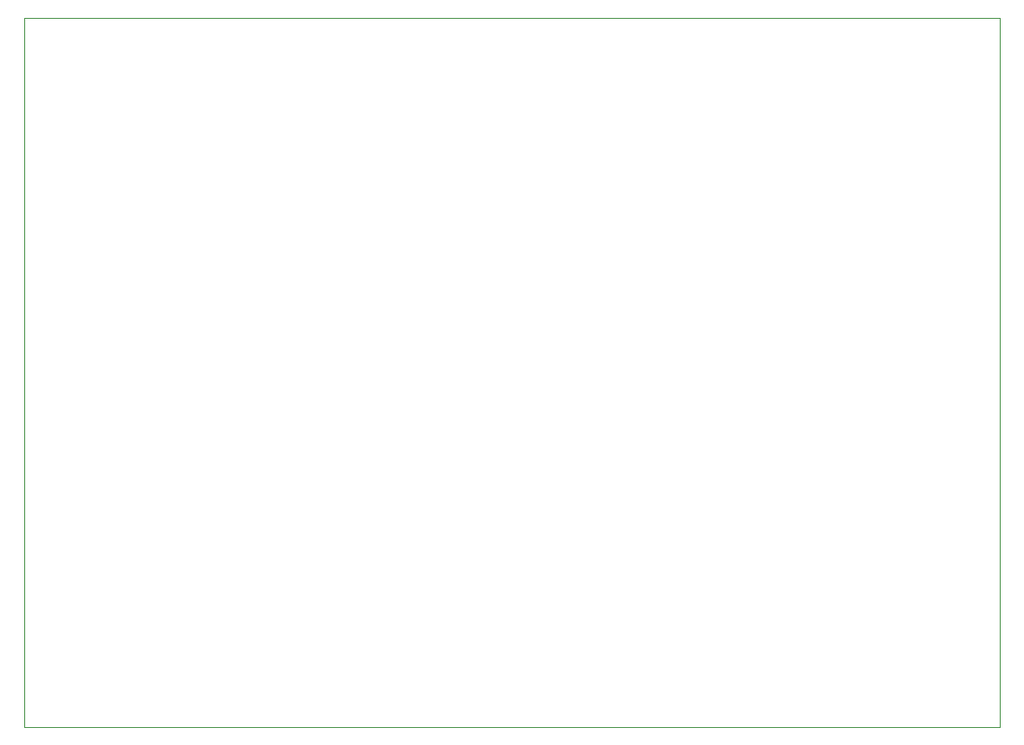
<source format=gm1>
G04 #@! TF.GenerationSoftware,KiCad,Pcbnew,9.0.1*
G04 #@! TF.CreationDate,2025-05-10T06:39:10-07:00*
G04 #@! TF.ProjectId,ARDU_RF_TEMP,41524455-5f52-4465-9f54-454d502e6b69,rev?*
G04 #@! TF.SameCoordinates,Original*
G04 #@! TF.FileFunction,Profile,NP*
%FSLAX46Y46*%
G04 Gerber Fmt 4.6, Leading zero omitted, Abs format (unit mm)*
G04 Created by KiCad (PCBNEW 9.0.1) date 2025-05-10 06:39:10*
%MOMM*%
%LPD*%
G01*
G04 APERTURE LIST*
G04 #@! TA.AperFunction,Profile*
%ADD10C,0.050000*%
G04 #@! TD*
G04 APERTURE END LIST*
D10*
X13000000Y-13000000D02*
X105000000Y-13000000D01*
X105000000Y-80000000D01*
X13000000Y-80000000D01*
X13000000Y-13000000D01*
M02*

</source>
